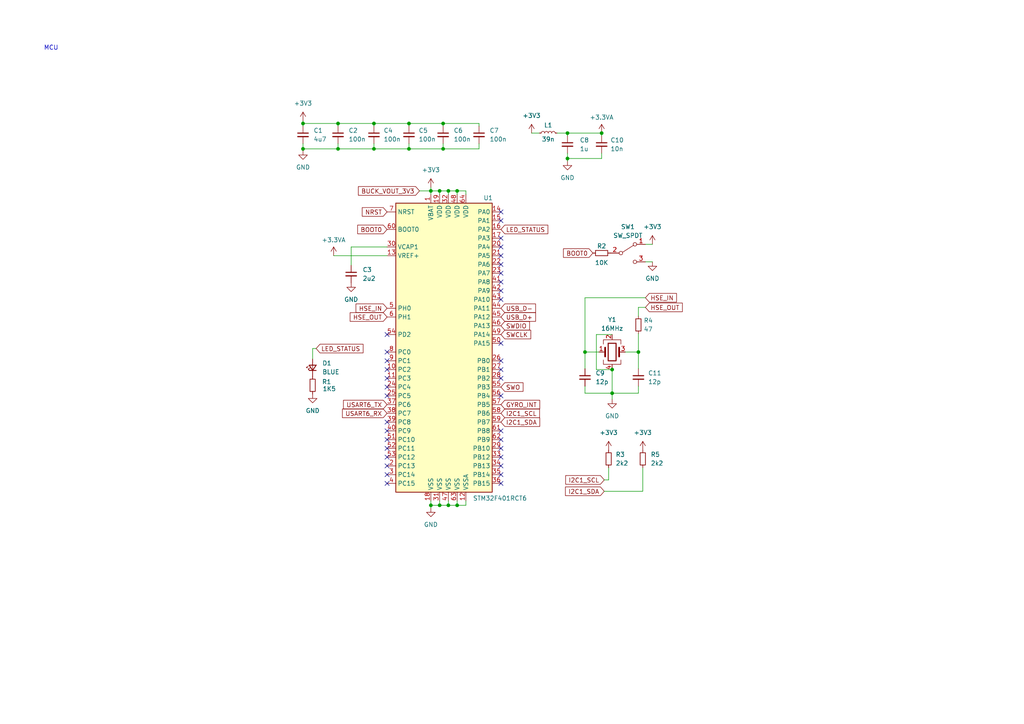
<source format=kicad_sch>
(kicad_sch (version 20211123) (generator eeschema)
  (paper "A4")
  (lib_symbols
    (symbol "Device:C_Small" (pin_numbers hide) (pin_names (offset 0.254) hide)
      (property "Reference" "C" (at 0.254 1.778 0))
      (property "Value" "C_Small" (at 0.254 -2.032 0))
      (symbol "C_Small_0_1"
        (polyline (pts (xy -1.524 -0.508) (xy 1.524 -0.508)) (stroke (width 0.3302)))
        (polyline (pts (xy -1.524 0.508) (xy 1.524 0.508)) (stroke (width 0.3048)))
      )
      (symbol "C_Small_1_1"
        (pin passive line (at 0 2.54 270) (length 2.032) (name "~") (number "1"))
        (pin passive line (at 0 -2.54 90) (length 2.032) (name "~") (number "2"))
      )
    )
    (symbol "Device:Crystal_GND24" (pin_names (offset 1.016) hide)
      (property "Reference" "Y" (at 3.175 5.08 0))
      (property "Value" "Crystal_GND24" (at 3.175 3.175 0))
      (symbol "Crystal_GND24_0_1"
        (rectangle (start -1.143 2.54) (end 1.143 -2.54) (stroke (width 0.3048)))
        (polyline (pts (xy -2.54 0) (xy -2.032 0)))
        (polyline (pts (xy -2.032 -1.27) (xy -2.032 1.27)) (stroke (width 0.508)))
        (polyline (pts (xy 0 -3.81) (xy 0 -3.556)))
        (polyline (pts (xy 0 3.556) (xy 0 3.81)))
        (polyline (pts (xy 2.032 -1.27) (xy 2.032 1.27)) (stroke (width 0.508)))
        (polyline (pts (xy 2.032 0) (xy 2.54 0)))
        (polyline (pts (xy -2.54 -2.286) (xy -2.54 -3.556) (xy 2.54 -3.556) (xy 2.54 -2.286)))
        (polyline (pts (xy -2.54 2.286) (xy -2.54 3.556) (xy 2.54 3.556) (xy 2.54 2.286)))
      )
      (symbol "Crystal_GND24_1_1"
        (pin passive line (at -3.81 0 0) (length 1.27) (name "1") (number "1"))
        (pin passive line (at 0 5.08 270) (length 1.27) (name "2") (number "2"))
        (pin passive line (at 3.81 0 180) (length 1.27) (name "3") (number "3"))
        (pin passive line (at 0 -5.08 90) (length 1.27) (name "4") (number "4"))
      )
    )
    (symbol "Device:LED_Small" (pin_numbers hide) (pin_names (offset 0.254) hide)
      (property "Reference" "D" (at -1.27 3.175 0))
      (property "Value" "LED_Small" (at -4.445 -2.54 0))
      (symbol "LED_Small_0_1"
        (polyline (pts (xy -0.762 -1.016) (xy -0.762 1.016)) (stroke (width 0.254)))
        (polyline (pts (xy 1.016 0) (xy -0.762 0)))
        (polyline (pts (xy 0.762 -1.016) (xy -0.762 0) (xy 0.762 1.016) (xy 0.762 -1.016)) (stroke (width 0.254)))
        (polyline (pts (xy 0 0.762) (xy -0.508 1.27) (xy -0.254 1.27) (xy -0.508 1.27) (xy -0.508 1.016)))
        (polyline (pts (xy 0.508 1.27) (xy 0 1.778) (xy 0.254 1.778) (xy 0 1.778) (xy 0 1.524)))
      )
      (symbol "LED_Small_1_1"
        (pin passive line (at -2.54 0 0) (length 1.778) (name "K") (number "1"))
        (pin passive line (at 2.54 0 180) (length 1.778) (name "A") (number "2"))
      )
    )
    (symbol "Device:L_Small" (pin_numbers hide) (pin_names (offset 0.254) hide)
      (property "Reference" "L" (at 0.762 1.016 0))
      (property "Value" "L_Small" (at 0.762 -1.016 0))
      (symbol "L_Small_0_1"
        (arc (start 0 -2.032) (mid 0.508 -1.524) (end 0 -1.016))
        (arc (start 0 -1.016) (mid 0.508 -0.508) (end 0 0))
        (arc (start 0 0) (mid 0.508 0.508) (end 0 1.016))
        (arc (start 0 1.016) (mid 0.508 1.524) (end 0 2.032))
      )
      (symbol "L_Small_1_1"
        (pin passive line (at 0 2.54 270) (length 0.508) (name "~") (number "1"))
        (pin passive line (at 0 -2.54 90) (length 0.508) (name "~") (number "2"))
      )
    )
    (symbol "Device:R_Small" (pin_numbers hide) (pin_names (offset 0.254) hide)
      (property "Reference" "R" (at 0.762 0.508 0))
      (property "Value" "R_Small" (at 0.762 -1.016 0))
      (symbol "R_Small_0_1"
        (rectangle (start -0.762 1.778) (end 0.762 -1.778) (stroke (width 0.2032)))
      )
      (symbol "R_Small_1_1"
        (pin passive line (at 0 2.54 270) (length 0.762) (name "~") (number "1"))
        (pin passive line (at 0 -2.54 90) (length 0.762) (name "~") (number "2"))
      )
    )
    (symbol "MCU_ST_STM32F4:STM32F401RCTx"
      (property "Reference" "U" (at -15.24 41.91 0))
      (property "Value" "STM32F401RCTx" (at 7.62 41.91 0))
      (symbol "STM32F401RCTx_0_1"
        (rectangle (start -15.24 -43.18) (end 12.7 40.64) (stroke (width 0.254)) (fill (type background)))
      )
      (symbol "STM32F401RCTx_1_1"
        (pin power_in line (at -5.08 43.18 270) (length 2.54) (name "VBAT") (number "1"))
        (pin bidirectional line (at -17.78 -7.62 0) (length 2.54) (name "PC2") (number "10"))
        (pin bidirectional line (at -17.78 -10.16 0) (length 2.54) (name "PC3") (number "11"))
        (pin power_in line (at 5.08 -45.72 90) (length 2.54) (name "VSSA") (number "12"))
        (pin power_in line (at -17.78 25.4 0) (length 2.54) (name "VREF+") (number "13"))
        (pin bidirectional line (at 15.24 38.1 180) (length 2.54) (name "PA0") (number "14"))
        (pin bidirectional line (at 15.24 35.56 180) (length 2.54) (name "PA1") (number "15"))
        (pin bidirectional line (at 15.24 33.02 180) (length 2.54) (name "PA2") (number "16"))
        (pin bidirectional line (at 15.24 30.48 180) (length 2.54) (name "PA3") (number "17"))
        (pin power_in line (at -5.08 -45.72 90) (length 2.54) (name "VSS") (number "18"))
        (pin power_in line (at -2.54 43.18 270) (length 2.54) (name "VDD") (number "19"))
        (pin bidirectional line (at -17.78 -35.56 0) (length 2.54) (name "PC13") (number "2"))
        (pin bidirectional line (at 15.24 27.94 180) (length 2.54) (name "PA4") (number "20"))
        (pin bidirectional line (at 15.24 25.4 180) (length 2.54) (name "PA5") (number "21"))
        (pin bidirectional line (at 15.24 22.86 180) (length 2.54) (name "PA6") (number "22"))
        (pin bidirectional line (at 15.24 20.32 180) (length 2.54) (name "PA7") (number "23"))
        (pin bidirectional line (at -17.78 -12.7 0) (length 2.54) (name "PC4") (number "24"))
        (pin bidirectional line (at -17.78 -15.24 0) (length 2.54) (name "PC5") (number "25"))
        (pin bidirectional line (at 15.24 -5.08 180) (length 2.54) (name "PB0") (number "26"))
        (pin bidirectional line (at 15.24 -7.62 180) (length 2.54) (name "PB1") (number "27"))
        (pin bidirectional line (at 15.24 -10.16 180) (length 2.54) (name "PB2") (number "28"))
        (pin bidirectional line (at 15.24 -30.48 180) (length 2.54) (name "PB10") (number "29"))
        (pin bidirectional line (at -17.78 -38.1 0) (length 2.54) (name "PC14") (number "3"))
        (pin power_in line (at -17.78 27.94 0) (length 2.54) (name "VCAP1") (number "30"))
        (pin power_in line (at -2.54 -45.72 90) (length 2.54) (name "VSS") (number "31"))
        (pin power_in line (at 0 43.18 270) (length 2.54) (name "VDD") (number "32"))
        (pin bidirectional line (at 15.24 -33.02 180) (length 2.54) (name "PB12") (number "33"))
        (pin bidirectional line (at 15.24 -35.56 180) (length 2.54) (name "PB13") (number "34"))
        (pin bidirectional line (at 15.24 -38.1 180) (length 2.54) (name "PB14") (number "35"))
        (pin bidirectional line (at 15.24 -40.64 180) (length 2.54) (name "PB15") (number "36"))
        (pin bidirectional line (at -17.78 -17.78 0) (length 2.54) (name "PC6") (number "37"))
        (pin bidirectional line (at -17.78 -20.32 0) (length 2.54) (name "PC7") (number "38"))
        (pin bidirectional line (at -17.78 -22.86 0) (length 2.54) (name "PC8") (number "39"))
        (pin bidirectional line (at -17.78 -40.64 0) (length 2.54) (name "PC15") (number "4"))
        (pin bidirectional line (at -17.78 -25.4 0) (length 2.54) (name "PC9") (number "40"))
        (pin bidirectional line (at 15.24 17.78 180) (length 2.54) (name "PA8") (number "41"))
        (pin bidirectional line (at 15.24 15.24 180) (length 2.54) (name "PA9") (number "42"))
        (pin bidirectional line (at 15.24 12.7 180) (length 2.54) (name "PA10") (number "43"))
        (pin bidirectional line (at 15.24 10.16 180) (length 2.54) (name "PA11") (number "44"))
        (pin bidirectional line (at 15.24 7.62 180) (length 2.54) (name "PA12") (number "45"))
        (pin bidirectional line (at 15.24 5.08 180) (length 2.54) (name "PA13") (number "46"))
        (pin power_in line (at 0 -45.72 90) (length 2.54) (name "VSS") (number "47"))
        (pin power_in line (at 2.54 43.18 270) (length 2.54) (name "VDD") (number "48"))
        (pin bidirectional line (at 15.24 2.54 180) (length 2.54) (name "PA14") (number "49"))
        (pin input line (at -17.78 10.16 0) (length 2.54) (name "PH0") (number "5"))
        (pin bidirectional line (at 15.24 0 180) (length 2.54) (name "PA15") (number "50"))
        (pin bidirectional line (at -17.78 -27.94 0) (length 2.54) (name "PC10") (number "51"))
        (pin bidirectional line (at -17.78 -30.48 0) (length 2.54) (name "PC11") (number "52"))
        (pin bidirectional line (at -17.78 -33.02 0) (length 2.54) (name "PC12") (number "53"))
        (pin bidirectional line (at -17.78 2.54 0) (length 2.54) (name "PD2") (number "54"))
        (pin bidirectional line (at 15.24 -12.7 180) (length 2.54) (name "PB3") (number "55"))
        (pin bidirectional line (at 15.24 -15.24 180) (length 2.54) (name "PB4") (number "56"))
        (pin bidirectional line (at 15.24 -17.78 180) (length 2.54) (name "PB5") (number "57"))
        (pin bidirectional line (at 15.24 -20.32 180) (length 2.54) (name "PB6") (number "58"))
        (pin bidirectional line (at 15.24 -22.86 180) (length 2.54) (name "PB7") (number "59"))
        (pin input line (at -17.78 7.62 0) (length 2.54) (name "PH1") (number "6"))
        (pin input line (at -17.78 33.02 0) (length 2.54) (name "BOOT0") (number "60"))
        (pin bidirectional line (at 15.24 -25.4 180) (length 2.54) (name "PB8") (number "61"))
        (pin bidirectional line (at 15.24 -27.94 180) (length 2.54) (name "PB9") (number "62"))
        (pin power_in line (at 2.54 -45.72 90) (length 2.54) (name "VSS") (number "63"))
        (pin power_in line (at 5.08 43.18 270) (length 2.54) (name "VDD") (number "64"))
        (pin input line (at -17.78 38.1 0) (length 2.54) (name "NRST") (number "7"))
        (pin bidirectional line (at -17.78 -2.54 0) (length 2.54) (name "PC0") (number "8"))
        (pin bidirectional line (at -17.78 -5.08 0) (length 2.54) (name "PC1") (number "9"))
      )
    )
    (symbol "Switch:SW_SPDT" (pin_names (offset 0) hide)
      (property "Reference" "SW" (at 0 4.318 0))
      (property "Value" "SW_SPDT" (at 0 -5.08 0))
      (symbol "SW_SPDT_0_0"
        (circle (center -2.032 0) (radius 0.508))
        (circle (center 2.032 -2.54) (radius 0.508))
      )
      (symbol "SW_SPDT_0_1"
        (polyline (pts (xy -1.524 0.254) (xy 1.651 2.286)))
        (circle (center 2.032 2.54) (radius 0.508))
      )
      (symbol "SW_SPDT_1_1"
        (pin passive line (at 5.08 2.54 180) (length 2.54) (name "A") (number "1"))
        (pin passive line (at -5.08 0 0) (length 2.54) (name "B") (number "2"))
        (pin passive line (at 5.08 -2.54 180) (length 2.54) (name "C") (number "3"))
      )
    )
    (symbol "power:+3.3V" (power) (pin_names (offset 0))
      (property "Value" "+3.3V" (at 0 3.556 0))
      (symbol "+3.3V_0_1"
        (polyline (pts (xy -0.762 1.27) (xy 0 2.54)))
        (polyline (pts (xy 0 0) (xy 0 2.54)))
        (polyline (pts (xy 0 2.54) (xy 0.762 1.27)))
      )
      (symbol "+3.3V_1_1"
        (pin power_in line (at 0 0 90) (length 0) hide (name "+3V3") (number "1"))
      )
    )
    (symbol "power:+3.3VA" (power) (pin_names (offset 0))
      (property "Value" "+3.3VA" (at 0 3.556 0))
      (symbol "+3.3VA_0_1"
        (polyline (pts (xy -0.762 1.27) (xy 0 2.54)))
        (polyline (pts (xy 0 0) (xy 0 2.54)))
        (polyline (pts (xy 0 2.54) (xy 0.762 1.27)))
      )
      (symbol "+3.3VA_1_1"
        (pin power_in line (at 0 0 90) (length 0) hide (name "+3.3VA") (number "1"))
      )
    )
    (symbol "power:GND" (power) (pin_names (offset 0))
      (property "Value" "GND" (at 0 -3.81 0))
      (symbol "GND_0_1"
        (polyline (pts (xy 0 0) (xy 0 -1.27) (xy 1.27 -1.27) (xy 0 -2.54) (xy -1.27 -1.27) (xy 0 -1.27)))
      )
      (symbol "GND_1_1"
        (pin power_in line (at 0 0 270) (length 0) hide (name "GND") (number "1"))
      )
    )
  )
  (junction (at 124.968 55.372))
  (junction (at 108.458 35.814))
  (junction (at 128.524 43.18))
  (junction (at 177.546 107.188))
  (junction (at 87.884 35.814))
  (junction (at 130.048 55.372))
  (junction (at 164.592 45.974))
  (junction (at 177.546 114.046))
  (junction (at 98.044 35.814))
  (junction (at 185.166 102.108))
  (junction (at 118.618 43.18))
  (junction (at 128.524 35.814))
  (junction (at 124.968 146.558))
  (junction (at 132.588 146.558))
  (junction (at 108.458 43.18))
  (junction (at 164.592 38.608))
  (junction (at 127.508 55.372))
  (junction (at 127.508 146.558))
  (junction (at 118.618 35.814))
  (junction (at 169.672 102.108))
  (junction (at 130.048 146.558))
  (junction (at 87.884 43.18))
  (junction (at 98.044 43.18))
  (junction (at 132.588 55.372))
  (junction (at 174.498 38.608))
  (no_connect (at 145.288 84.328))
  (no_connect (at 145.288 61.468))
  (no_connect (at 145.288 74.168))
  (no_connect (at 112.268 114.808))
  (no_connect (at 145.288 64.008))
  (no_connect (at 145.288 104.648))
  (no_connect (at 145.288 107.188))
  (no_connect (at 145.288 71.628))
  (no_connect (at 112.268 132.588))
  (no_connect (at 112.268 137.668))
  (no_connect (at 112.268 104.648))
  (no_connect (at 145.288 99.568))
  (no_connect (at 112.268 127.508))
  (no_connect (at 145.288 137.668))
  (no_connect (at 112.268 130.048))
  (no_connect (at 145.288 81.788))
  (no_connect (at 145.288 135.128))
  (no_connect (at 145.288 79.248))
  (no_connect (at 145.288 86.868))
  (no_connect (at 112.268 107.188))
  (no_connect (at 145.288 76.708))
  (no_connect (at 145.288 124.968))
  (no_connect (at 145.288 69.088))
  (no_connect (at 112.268 109.728))
  (no_connect (at 112.268 135.128))
  (no_connect (at 112.268 102.108))
  (no_connect (at 145.288 140.208))
  (no_connect (at 112.268 140.208))
  (no_connect (at 145.288 109.728))
  (no_connect (at 145.288 130.048))
  (no_connect (at 112.268 112.268))
  (no_connect (at 145.288 114.808))
  (no_connect (at 112.268 97.028))
  (no_connect (at 145.288 127.508))
  (no_connect (at 145.288 132.588))
  (no_connect (at 112.268 124.968))
  (no_connect (at 112.268 122.428))
  (wire (pts (xy 135.128 55.372) (xy 135.128 56.388)))
  (wire (pts (xy 169.672 86.36) (xy 169.672 102.108)))
  (wire (pts (xy 118.618 35.814) (xy 128.524 35.814)))
  (wire (pts (xy 96.774 74.168) (xy 112.268 74.168)))
  (wire (pts (xy 127.508 55.372) (xy 127.508 56.388)))
  (wire (pts (xy 87.884 43.18) (xy 87.884 43.688)))
  (wire (pts (xy 118.618 41.656) (xy 118.618 43.18)))
  (wire (pts (xy 130.048 145.288) (xy 130.048 146.558)))
  (wire (pts (xy 124.968 55.372) (xy 124.968 56.388)))
  (wire (pts (xy 164.592 44.45) (xy 164.592 45.974)))
  (wire (pts (xy 87.884 43.18) (xy 98.044 43.18)))
  (wire (pts (xy 87.884 35.814) (xy 87.884 36.576)))
  (wire (pts (xy 169.672 112.014) (xy 169.672 114.046)))
  (wire (pts (xy 108.458 43.18) (xy 118.618 43.18)))
  (wire (pts (xy 169.672 102.108) (xy 169.672 106.934)))
  (wire (pts (xy 87.884 41.656) (xy 87.884 43.18)))
  (wire (pts (xy 124.968 54.356) (xy 124.968 55.372)))
  (wire (pts (xy 164.592 38.608) (xy 164.592 39.37)))
  (wire (pts (xy 132.588 55.372) (xy 132.588 56.388)))
  (wire (pts (xy 185.166 102.108) (xy 185.166 106.934)))
  (wire (pts (xy 172.974 97.028) (xy 172.974 107.188)))
  (wire (pts (xy 185.166 114.046) (xy 185.166 112.014)))
  (wire (pts (xy 130.048 55.372) (xy 132.588 55.372)))
  (wire (pts (xy 108.458 36.576) (xy 108.458 35.814)))
  (wire (pts (xy 176.53 135.636) (xy 176.53 139.192)))
  (wire (pts (xy 130.048 55.372) (xy 130.048 56.388)))
  (wire (pts (xy 121.666 55.372) (xy 124.968 55.372)))
  (wire (pts (xy 138.938 41.656) (xy 138.938 43.18)))
  (wire (pts (xy 138.938 36.576) (xy 138.938 35.814)))
  (wire (pts (xy 174.498 39.37) (xy 174.498 38.608)))
  (wire (pts (xy 127.508 55.372) (xy 130.048 55.372)))
  (wire (pts (xy 169.672 114.046) (xy 177.546 114.046)))
  (wire (pts (xy 98.044 43.18) (xy 98.044 41.656)))
  (wire (pts (xy 185.166 96.774) (xy 185.166 102.108)))
  (wire (pts (xy 161.544 38.608) (xy 164.592 38.608)))
  (wire (pts (xy 177.546 107.188) (xy 177.546 114.046)))
  (wire (pts (xy 127.508 146.558) (xy 124.968 146.558)))
  (wire (pts (xy 172.974 107.188) (xy 177.546 107.188)))
  (wire (pts (xy 175.26 142.494) (xy 186.436 142.494)))
  (wire (pts (xy 164.592 45.974) (xy 174.498 45.974)))
  (wire (pts (xy 98.044 36.576) (xy 98.044 35.814)))
  (wire (pts (xy 98.044 43.18) (xy 108.458 43.18)))
  (wire (pts (xy 169.672 102.108) (xy 173.736 102.108)))
  (wire (pts (xy 135.128 145.288) (xy 135.128 146.558)))
  (wire (pts (xy 138.938 43.18) (xy 128.524 43.18)))
  (wire (pts (xy 128.524 35.814) (xy 128.524 36.576)))
  (wire (pts (xy 124.968 145.288) (xy 124.968 146.558)))
  (wire (pts (xy 118.618 36.576) (xy 118.618 35.814)))
  (wire (pts (xy 118.618 43.18) (xy 128.524 43.18)))
  (wire (pts (xy 127.508 146.558) (xy 130.048 146.558)))
  (wire (pts (xy 186.436 142.494) (xy 186.436 135.636)))
  (wire (pts (xy 185.166 89.154) (xy 185.166 91.694)))
  (wire (pts (xy 108.458 35.814) (xy 118.618 35.814)))
  (wire (pts (xy 101.854 71.628) (xy 101.854 76.962)))
  (wire (pts (xy 174.498 45.974) (xy 174.498 44.45)))
  (wire (pts (xy 169.672 86.36) (xy 187.198 86.36)))
  (wire (pts (xy 154.178 38.608) (xy 156.464 38.608)))
  (wire (pts (xy 132.588 55.372) (xy 135.128 55.372)))
  (wire (pts (xy 90.678 101.092) (xy 91.694 101.092)))
  (wire (pts (xy 98.044 35.814) (xy 108.458 35.814)))
  (wire (pts (xy 112.268 71.628) (xy 101.854 71.628)))
  (wire (pts (xy 177.546 115.824) (xy 177.546 114.046)))
  (wire (pts (xy 176.53 139.192) (xy 175.26 139.192)))
  (wire (pts (xy 132.588 146.558) (xy 135.128 146.558)))
  (wire (pts (xy 90.678 104.14) (xy 90.678 101.092)))
  (wire (pts (xy 128.524 43.18) (xy 128.524 41.656)))
  (wire (pts (xy 138.938 35.814) (xy 128.524 35.814)))
  (wire (pts (xy 187.198 70.866) (xy 189.23 70.866)))
  (wire (pts (xy 130.048 146.558) (xy 132.588 146.558)))
  (wire (pts (xy 127.508 145.288) (xy 127.508 146.558)))
  (wire (pts (xy 87.884 35.814) (xy 98.044 35.814)))
  (wire (pts (xy 185.166 89.154) (xy 187.198 89.154)))
  (wire (pts (xy 181.356 102.108) (xy 185.166 102.108)))
  (wire (pts (xy 164.592 45.974) (xy 164.592 46.736)))
  (wire (pts (xy 177.546 97.028) (xy 172.974 97.028)))
  (wire (pts (xy 87.884 35.052) (xy 87.884 35.814)))
  (wire (pts (xy 124.968 55.372) (xy 127.508 55.372)))
  (wire (pts (xy 177.546 114.046) (xy 185.166 114.046)))
  (wire (pts (xy 124.968 146.558) (xy 124.968 147.32)))
  (wire (pts (xy 174.498 38.608) (xy 164.592 38.608)))
  (wire (pts (xy 108.458 41.656) (xy 108.458 43.18)))
  (wire (pts (xy 132.588 145.288) (xy 132.588 146.558)))
  (wire (pts (xy 187.198 75.946) (xy 189.23 75.946)))
  (text "MCU\n" (at 12.7 14.732 0) (effects (font (size 1.27 1.27)) (justify left bottom)))
  (global_label "SWDIO" (shape input) (at 145.288 94.488 0) (property "Intersheet References" "${INTERSHEET_REFS}" (effects hide)))
  (global_label "I2C1_SDA" (shape input) (at 175.26 142.494 180) (property "Intersheet References" "${INTERSHEET_REFS}" (effects hide)))
  (global_label "HSE_OUT" (shape input) (at 112.268 91.948 180) (property "Intersheet References" "${INTERSHEET_REFS}" (effects hide)))
  (global_label "USART6_RX" (shape input) (at 112.268 119.888 180) (property "Intersheet References" "${INTERSHEET_REFS}" (effects hide)))
  (global_label "HSE_IN" (shape input) (at 187.198 86.36 0) (property "Intersheet References" "${INTERSHEET_REFS}" (effects hide)))
  (global_label "USB_D+" (shape input) (at 145.288 91.948 0) (property "Intersheet References" "${INTERSHEET_REFS}" (effects hide)))
  (global_label "LED_STATUS" (shape input) (at 91.694 101.092 0) (property "Intersheet References" "${INTERSHEET_REFS}" (effects hide)))
  (global_label "I2C1_SCL" (shape input) (at 175.26 139.192 180) (property "Intersheet References" "${INTERSHEET_REFS}" (effects hide)))
  (global_label "I2C1_SDA" (shape input) (at 145.288 122.428 0) (property "Intersheet References" "${INTERSHEET_REFS}" (effects hide)))
  (global_label "BOOT0" (shape input) (at 112.268 66.548 180) (property "Intersheet References" "${INTERSHEET_REFS}" (effects hide)))
  (global_label "HSE_IN" (shape input) (at 112.268 89.408 180) (property "Intersheet References" "${INTERSHEET_REFS}" (effects hide)))
  (global_label "NRST" (shape input) (at 112.268 61.468 180) (property "Intersheet References" "${INTERSHEET_REFS}" (effects hide)))
  (global_label "HSE_OUT" (shape input) (at 187.198 89.154 0) (property "Intersheet References" "${INTERSHEET_REFS}" (effects hide)))
  (global_label "BOOT0" (shape input) (at 171.958 73.406 180) (property "Intersheet References" "${INTERSHEET_REFS}" (effects hide)))
  (global_label "USB_D-" (shape input) (at 145.288 89.408 0) (property "Intersheet References" "${INTERSHEET_REFS}" (effects hide)))
  (global_label "LED_STATUS" (shape input) (at 145.288 66.548 0) (property "Intersheet References" "${INTERSHEET_REFS}" (effects hide)))
  (global_label "GYRO_INT" (shape input) (at 145.288 117.348 0) (property "Intersheet References" "${INTERSHEET_REFS}" (effects hide)))
  (global_label "USART6_TX" (shape input) (at 112.268 117.348 180) (property "Intersheet References" "${INTERSHEET_REFS}" (effects hide)))
  (global_label "SWCLK" (shape input) (at 145.288 97.028 0) (property "Intersheet References" "${INTERSHEET_REFS}" (effects hide)))
  (global_label "SWO" (shape input) (at 145.288 112.268 0) (property "Intersheet References" "${INTERSHEET_REFS}" (effects hide)))
  (global_label "I2C1_SCL" (shape input) (at 145.288 119.888 0) (property "Intersheet References" "${INTERSHEET_REFS}" (effects hide)))
  (global_label "BUCK_VOUT_3V3" (shape input) (at 121.666 55.372 180) (property "Intersheet References" "${INTERSHEET_REFS}" (effects hide)))
  (symbol (lib_id "Device:L_Small") (at 159.004 38.608 90) (unit 1)
    (property "Reference" "L1" (at 159.004 36.322 90))
    (property "Value" "39n" (at 159.004 40.386 90))
    (property "Footprint" "Inductor_SMD:L_0402_1005Metric" (effects hide))
    (property "Datasheet" "https://jlcpcb.com/parts/componentSearch?isSearch=true&searchTxt=39nH%200402" (effects hide))
    (property "LCSC Part #" "C26443" (effects hide))
  )
  (symbol (lib_id "power:+3.3VA") (at 174.498 38.608 0) (unit 1)
    (property "Reference" "#PWR010" (effects hide))
    (property "Value" "+3.3VA" (at 174.498 34.036 0))
  )
  (symbol (lib_id "Device:C_Small") (at 138.938 39.116 0) (unit 1)
    (property "Reference" "C7" (at 141.986 37.8522 0) (effects (justify left)))
    (property "Value" "100n" (at 141.986 40.3922 0) (effects (justify left)))
    (property "Footprint" "Capacitor_SMD:C_0402_1005Metric" (effects hide))
    (property "LCSC Part #" "C307331" (effects hide))
  )
  (symbol (lib_id "power:+3.3VA") (at 96.774 74.168 0) (unit 1)
    (property "Reference" "#PWR04" (effects hide))
    (property "Value" "+3.3VA" (at 96.774 69.596 0))
  )
  (symbol (lib_id "power:GND") (at 101.854 82.042 0) (unit 1)
    (property "Reference" "#PWR05" (effects hide))
    (property "Value" "GND" (at 101.854 86.868 0))
  )
  (symbol (lib_id "power:GND") (at 177.546 115.824 0) (unit 1)
    (property "Reference" "#PWR012" (effects hide))
    (property "Value" "GND" (at 177.546 120.65 0))
  )
  (symbol (lib_id "power:GND") (at 87.884 43.688 0) (unit 1)
    (property "Reference" "#PWR02" (effects hide))
    (property "Value" "GND" (at 87.884 48.514 0))
  )
  (symbol (lib_id "Device:C_Small") (at 101.854 79.502 0) (unit 1)
    (property "Reference" "C3" (at 105.156 78.2382 0) (effects (justify left)))
    (property "Value" "2u2" (at 105.156 80.7782 0) (effects (justify left)))
    (property "Footprint" "Capacitor_SMD:C_0603_1608Metric" (effects hide))
    (property "LCSC Part #" "C23630" (effects hide))
  )
  (symbol (lib_id "power:GND") (at 189.23 75.946 0) (unit 1)
    (property "Reference" "#PWR015" (effects hide))
    (property "Value" "GND" (at 189.23 80.772 0))
  )
  (symbol (lib_id "Device:R_Small") (at 176.53 133.096 0) (unit 1)
    (property "Reference" "R3" (at 178.562 131.8259 0) (effects (justify left)))
    (property "Value" "2k2" (at 178.562 134.3659 0) (effects (justify left)))
    (property "Footprint" "Resistor_SMD:R_0603_1608Metric" (effects hide))
    (property "LCSC Part #" "C4190" (effects hide))
  )
  (symbol (lib_id "Device:C_Small") (at 98.044 39.116 0) (unit 1)
    (property "Reference" "C2" (at 101.092 37.8522 0) (effects (justify left)))
    (property "Value" "100n" (at 101.092 40.3922 0) (effects (justify left)))
    (property "Footprint" "Capacitor_SMD:C_0402_1005Metric" (effects hide))
    (property "LCSC Part #" "C307331" (effects hide))
  )
  (symbol (lib_id "Switch:SW_SPDT") (at 182.118 73.406 0) (unit 1)
    (property "Reference" "SW1" (at 182.118 65.786 0))
    (property "Value" "SW_SPDT" (at 182.118 68.326 0))
    (property "Footprint" "Button_Switch_SMD:SW_SPDT_PCM12" (effects hide))
  )
  (symbol (lib_id "Device:R_Small") (at 185.166 94.234 0) (unit 1)
    (property "Reference" "R4" (at 186.69 92.9639 0) (effects (justify left)))
    (property "Value" "47" (at 186.69 95.5039 0) (effects (justify left)))
    (property "Footprint" "Resistor_SMD:R_0402_1005Metric" (effects hide))
    (property "LCSC Part #" "C25792" (effects hide))
  )
  (symbol (lib_id "power:+3.3V") (at 186.436 130.556 0) (unit 1)
    (property "Reference" "#PWR013" (effects hide))
    (property "Value" "+3.3V" (at 186.436 125.476 0))
  )
  (symbol (lib_id "power:+3.3V") (at 189.23 70.866 0) (unit 1)
    (property "Reference" "#PWR014" (effects hide))
    (property "Value" "+3.3V" (at 189.23 65.786 0))
  )
  (symbol (lib_id "power:GND") (at 90.678 114.3 0) (unit 1)
    (property "Reference" "#PWR03" (effects hide))
    (property "Value" "GND" (at 90.678 119.126 0))
  )
  (symbol (lib_id "power:+3.3V") (at 87.884 35.052 0) (unit 1)
    (property "Reference" "#PWR01" (effects hide))
    (property "Value" "+3.3V" (at 87.884 29.972 0))
  )
  (symbol (lib_id "power:GND") (at 124.968 147.32 0) (unit 1)
    (property "Reference" "#PWR07" (effects hide))
    (property "Value" "GND" (at 124.968 152.146 0))
  )
  (symbol (lib_id "Device:Crystal_GND24") (at 177.546 102.108 0) (unit 1)
    (property "Reference" "Y1" (at 177.546 92.71 0))
    (property "Value" "16MHz" (at 177.546 95.25 0))
    (property "Footprint" "Crystal:Crystal_SMD_3225-4Pin_3.2x2.5mm" (effects hide))
    (property "LCSC Part #" "C13738" (effects hide))
  )
  (symbol (lib_id "power:+3.3V") (at 154.178 38.608 0) (unit 1)
    (property "Reference" "#PWR08" (effects hide))
    (property "Value" "+3.3V" (at 154.178 33.528 0))
  )
  (symbol (lib_id "Device:R_Small") (at 174.498 73.406 90) (unit 1)
    (property "Reference" "R2" (at 174.498 71.374 90))
    (property "Value" "10K" (at 174.498 76.2 90))
    (property "Footprint" "Resistor_SMD:R_0402_1005Metric" (effects hide))
    (property "LCSC Part #" "C25744" (effects hide))
  )
  (symbol (lib_id "Device:C_Small") (at 128.524 39.116 0) (unit 1)
    (property "Reference" "C6" (at 131.572 37.8522 0) (effects (justify left)))
    (property "Value" "100n" (at 131.572 40.3922 0) (effects (justify left)))
    (property "Footprint" "Capacitor_SMD:C_0402_1005Metric" (effects hide))
    (property "LCSC Part #" "C307331" (effects hide))
  )
  (symbol (lib_id "Device:LED_Small") (at 90.678 106.68 90) (unit 1)
    (property "Reference" "D1" (at 93.472 105.3464 90) (effects (justify right)))
    (property "Value" "BLUE" (at 93.472 107.8864 90) (effects (justify right)))
    (property "Footprint" "LED_SMD:LED_0603_1608Metric" (effects hide))
    (property "Datasheet" "https://jlcpcb.com/parts/componentSearch?isSearch=true&searchTxt=12pf%200402" (effects hide))
    (property "LCSC Part #" "C72041" (effects hide))
  )
  (symbol (lib_id "power:+3.3V") (at 176.53 130.556 0) (unit 1)
    (property "Reference" "#PWR011" (effects hide))
    (property "Value" "+3.3V" (at 176.53 125.476 0))
  )
  (symbol (lib_id "Device:C_Small") (at 164.592 41.91 0) (unit 1)
    (property "Reference" "C8" (at 168.148 40.6462 0) (effects (justify left)))
    (property "Value" "1u" (at 168.148 43.1862 0) (effects (justify left)))
    (property "Footprint" "Capacitor_SMD:C_0402_1005Metric" (effects hide))
    (property "LCSC Part #" "C52923" (effects hide))
  )
  (symbol (lib_id "MCU_ST_STM32F4:STM32F401RCTx") (at 130.048 99.568 0) (unit 1)
    (property "Reference" "U1" (at 140.208 57.404 0) (effects (justify left)))
    (property "Value" "STM32F401RCT6" (at 137.16 144.526 0) (effects (justify left)))
    (property "Footprint" "Package_QFP:LQFP-64_10x10mm_P0.5mm" (effects hide))
    (property "Datasheet" "http://www.st.com/st-web-ui/static/active/en/resource/technical/document/datasheet/DM00086815.pdf" (effects hide))
    (property "LCSC Part #" "C74524" (effects hide))
  )
  (symbol (lib_id "power:+3.3V") (at 124.968 54.356 0) (unit 1)
    (property "Reference" "#PWR06" (effects hide))
    (property "Value" "+3.3V" (at 124.968 49.276 0))
  )
  (symbol (lib_id "Device:R_Small") (at 186.436 133.096 0) (unit 1)
    (property "Reference" "R5" (at 188.722 131.8259 0) (effects (justify left)))
    (property "Value" "2k2" (at 188.722 134.3659 0) (effects (justify left)))
    (property "Footprint" "Resistor_SMD:R_0603_1608Metric" (effects hide))
    (property "LCSC Part #" "C4190" (effects hide))
  )
  (symbol (lib_id "Device:C_Small") (at 118.618 39.116 0) (unit 1)
    (property "Reference" "C5" (at 121.412 37.8522 0) (effects (justify left)))
    (property "Value" "100n" (at 121.412 40.3922 0) (effects (justify left)))
    (property "Footprint" "Capacitor_SMD:C_0402_1005Metric" (effects hide))
    (property "LCSC Part #" "C307331" (effects hide))
  )
  (symbol (lib_id "Device:C_Small") (at 108.458 39.116 0) (unit 1)
    (property "Reference" "C4" (at 111.252 37.8522 0) (effects (justify left)))
    (property "Value" "100n" (at 111.252 40.3922 0) (effects (justify left)))
    (property "Footprint" "Capacitor_SMD:C_0402_1005Metric" (effects hide))
    (property "LCSC Part #" "C307331" (effects hide))
  )
  (symbol (lib_id "power:GND") (at 164.592 46.736 0) (unit 1)
    (property "Reference" "#PWR09" (effects hide))
    (property "Value" "GND" (at 164.592 51.562 0))
  )
  (symbol (lib_id "Device:R_Small") (at 90.678 111.76 180) (unit 1)
    (property "Reference" "R1" (at 94.742 110.744 0))
    (property "Value" "1K5" (at 95.504 112.776 0))
    (property "Footprint" "Resistor_SMD:R_0603_1608Metric" (effects hide))
    (property "LCSC Part #" "C22843" (effects hide))
  )
  (symbol (lib_id "Device:C_Small") (at 87.884 39.116 0) (unit 1)
    (property "Reference" "C1" (at 90.932 37.8522 0) (effects (justify left)))
    (property "Value" "4u7" (at 90.932 40.3922 0) (effects (justify left)))
    (property "Footprint" "Capacitor_SMD:C_0603_1608Metric" (effects hide))
    (property "LCSC Part #" "C19666" (effects hide))
  )
  (symbol (lib_id "Device:C_Small") (at 185.166 109.474 0) (unit 1)
    (property "Reference" "C11" (at 187.96 108.2102 0) (effects (justify left)))
    (property "Value" "12p" (at 187.96 110.7502 0) (effects (justify left)))
    (property "Footprint" "Capacitor_SMD:C_0402_1005Metric" (effects hide))
    (property "Datasheet" "https://jlcpcb.com/parts/componentSearch?isSearch=true&searchTxt=12pf%200402" (effects hide))
    (property "LCSC Part #" "C1547" (effects hide))
  )
  (symbol (lib_id "Device:C_Small") (at 174.498 41.91 0) (unit 1)
    (property "Reference" "C10" (at 177.038 40.6462 0) (effects (justify left)))
    (property "Value" "10n" (at 177.038 43.1862 0) (effects (justify left)))
    (property "Footprint" "Capacitor_SMD:C_0402_1005Metric" (effects hide))
    (property "Datasheet" "https://jlcpcb.com/parts/componentSearch?isSearch=true&searchTxt=10n%200406" (effects hide))
    (property "LCSC Part #" "C15195" (effects hide))
  )
  (symbol (lib_id "Device:C_Small") (at 169.672 109.474 0) (unit 1)
    (property "Reference" "C9" (at 172.72 108.2102 0) (effects (justify left)))
    (property "Value" "12p" (at 172.72 110.7502 0) (effects (justify left)))
    (property "Footprint" "Capacitor_SMD:C_0402_1005Metric" (effects hide))
    (property "Datasheet" "https://jlcpcb.com/parts/componentSearch?isSearch=true&searchTxt=12pf%200402" (effects hide))
    (property "LCSC Part #" "C1547" (effects hide))
  )
)
</source>
